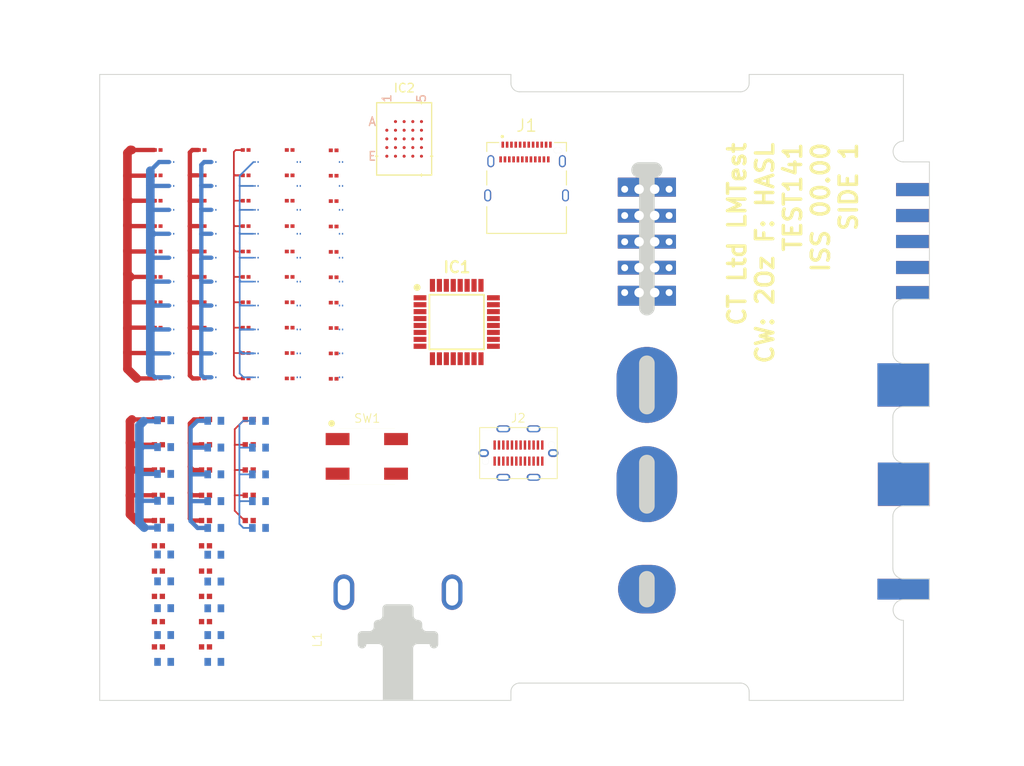
<source format=kicad_pcb>
(kicad_pcb (version 20221018) (generator pcbnew)
  (title_block (title "TEST141") (date "2023-06-13") (rev "01.00") (company "Control Techniques") (comment 1 "LM Test Board"))
  (layers (0 "F.Cu" signal) (31 "B.Cu" signal) (34 "B.Paste" user) (35 "F.Paste" user) (36 "B.SilkS" user "B.Silkscreen") (37 "F.SilkS" user "F.Silkscreen") (38 "B.Mask" user) (39 "F.Mask" user) (44 "Edge.Cuts" user))
  (net 0 "")
  (footprint "ImportedParts:1102-4101" (layer "F.Cu") (at 62.168382 66.086664)
    (fp_text reference "R112" hide)
    (fp_text value "1k" hide)
  )
  (footprint "ImportedParts:1101-4011" (layer "F.Cu") (at 56.64362 32.03)
    (fp_text reference "R1" hide)
    (fp_text value "1k" hide)
  )
  (footprint "ImportedParts:1101-4011" (layer "F.Cu") (at 71.88119 58.426664)
    (fp_text reference "R40" hide)
    (fp_text value "1k" hide)
  )
  (footprint "ImportedParts:1101-4011" (layer "F.Cu") (at 66.802 40.828886)
    (fp_text reference "R24" hide)
    (fp_text value "1k" hide)
  )
  (footprint "ImportedParts:1102-4101" (layer "F.Cu") (at 56.728382 86.526664)
    (fp_text reference "R109" hide)
    (fp_text value "1k" hide)
  )
  (footprint "ImportedParts:1101-4011" (layer "F.Cu") (at 76.960382 58.468518)
    (fp_text reference "R50" hide)
    (fp_text value "1k" hide)
  )
  (footprint "ImportedParts:1101-4011" (layer "F.Cu") (at 71.88119 37.895924)
    (fp_text reference "R33" hide)
    (fp_text value "1k" hide)
  )
  (footprint "ImportedParts:1102-4101" (layer "F.Cu") (at 56.728382 80.686664)
    (fp_text reference "R107" hide)
    (fp_text value "1k" hide)
  )
  (footprint "ImportedParts:1101-4011" (layer "F.Cu") (at 66.802 37.895924)
    (fp_text reference "R23" hide)
    (fp_text value "1k" hide)
  )
  (footprint "ImportedParts:1101-4011" (layer "F.Cu") (at 66.802 58.426664)
    (fp_text reference "R30" hide)
    (fp_text value "1k" hide)
  )
  (footprint "ImportedParts:1101-4011" (layer "F.Cu") (at 61.72281 58.426664)
    (fp_text reference "R20" hide)
    (fp_text value "1k" hide)
  )
  (footprint "ImportedParts:1101-4011" (layer "F.Cu") (at 66.802 55.493696)
    (fp_text reference "R29" hide)
    (fp_text value "1k" hide)
  )
  (footprint "ImportedParts:2214-0034" (layer "F.Cu") (at 85.100004 30.749998)
    (fp_text reference "IC2")
    (fp_text value "W25Q32JVTBIQ" hide)
  )
  (footprint "ImportedParts:1102-4101" (layer "F.Cu") (at 62.168382 83.606664)
    (fp_text reference "R118" hide)
    (fp_text value "1k" hide)
  )
  (footprint "ImportedParts:1101-4011" (layer "F.Cu") (at 71.88119 34.962962)
    (fp_text reference "R32" hide)
    (fp_text value "1k" hide)
  )
  (footprint "ImportedParts:1102-4101" (layer "F.Cu") (at 56.728382 89.446664)
    (fp_text reference "R110" hide)
    (fp_text value "1k" hide)
  )
  (footprint "ImportedParts:1101-4011" (layer "F.Cu") (at 71.88119 40.828886)
    (fp_text reference "R34" hide)
    (fp_text value "1k" hide)
  )
  (footprint "ImportedParts:3432-0901" (layer "F.Cu") (at 99.24 32.0775)
    (fp_text reference "J1")
    (fp_text value "12401610E4_2A" hide)
    (fp_line (start 3.45 -0.325) (end 3.75 -0.325) (stroke (width 0.01)) (layer "Edge.Cuts"))
    (fp_line (start 3.75 0.325) (end 3.45 0.325) (stroke (width 0.01)) (layer "Edge.Cuts"))
    (fp_arc (start 3.45 0.325) (mid 3.125 0) (end 3.45 -0.325) (stroke (width 0.01)) (layer "Edge.Cuts"))
    (fp_arc (start 3.75 -0.325) (mid 4.075 0) (end 3.75 0.325) (stroke (width 0.01)) (layer "Edge.Cuts"))
  )
  (footprint "ImportedParts:1101-4011" (layer "F.Cu") (at 71.88119 49.627772)
    (fp_text reference "R37" hide)
    (fp_text value "1k" hide)
  )
  (footprint "ImportedParts:1101-4011" (layer "F.Cu") (at 66.802 46.69481)
    (fp_text reference "R26" hide)
    (fp_text value "1k" hide)
  )
  (footprint "ImportedParts:1102-4101" (layer "F.Cu") (at 67.215144 71.926664)
    (fp_text reference "R124" hide)
    (fp_text value "1k" hide)
  )
  (footprint "ImportedParts:1102-4101" (layer "F.Cu") (at 62.168382 86.526664)
    (fp_text reference "R119" hide)
    (fp_text value "1k" hide)
  )
  (footprint "ImportedParts:1101-4011" (layer "F.Cu") (at 56.64362 58.426664)
    (fp_text reference "R10" hide)
    (fp_text value "1k" hide)
  )
  (footprint "ImportedParts:1102-4101" (layer "F.Cu") (at 56.728382 77.766664)
    (fp_text reference "R106" hide)
    (fp_text value "1k" hide)
  )
  (footprint "ImportedParts:3332-0026" (layer "F.Cu") (at 80.79 67.431968)
    (fp_text reference "SW1")
    (fp_text value "TSSF631NJHU" hide)
  )
  (footprint "ImportedParts:1101-4011" (layer "F.Cu") (at 61.72281 34.962962)
    (fp_text reference "R12" hide)
    (fp_text value "1k" hide)
  )
  (footprint "ImportedParts:1102-4101" (layer "F.Cu") (at 67.215144 69.006664)
    (fp_text reference "R123" hide)
    (fp_text value "1k" hide)
  )
  (footprint "ImportedParts:1102-4101" (layer "F.Cu") (at 56.728382 63.166664)
    (fp_text reference "R101" hide)
    (fp_text value "1k" hide)
  )
  (footprint "ImportedParts:1102-4101" (layer "F.Cu") (at 62.168382 80.686664)
    (fp_text reference "R117" hide)
    (fp_text value "1k" hide)
  )
  (footprint "ImportedParts:1101-4011" (layer "F.Cu") (at 56.64362 46.69481)
    (fp_text reference "R6" hide)
    (fp_text value "1k" hide)
  )
  (footprint "ImportedParts:1101-4011" (layer "F.Cu") (at 71.88119 46.69481)
    (fp_text reference "R36" hide)
    (fp_text value "1k" hide)
  )
  (footprint "ImportedParts:1102-4101" (layer "F.Cu") (at 56.728382 74.846664)
    (fp_text reference "R105" hide)
    (fp_text value "1k" hide)
  )
  (footprint "ImportedParts:1101-4011" (layer "F.Cu") (at 56.64362 52.560734)
    (fp_text reference "R8" hide)
    (fp_text value "1k" hide)
  )
  (footprint "ImportedParts:3432-2000" (layer "F.Cu") (at 98.3 67.05)
    (fp_text reference "J2")
    (fp_text value "GSB3CN1330DSHR" hide)
    (fp_circle (center -3.809992 0.929998) (end -3.409992 0.929998) (stroke (width 0.01)) (fill none) (layer "Edge.Cuts"))
    (fp_circle (center 3.809992 -0.929998) (end 4.209992 -0.929998) (stroke (width 0.01)) (fill none) (layer "Edge.Cuts"))
  )
  (footprint "CustomPads:PAD7.3mm" (layer "F.Cu") (at 113.1284 59.176664)
    (fp_text reference "TAB2" hide)
    (fp_text value "PAD7.3mm" hide)
    (fp_poly (pts (arc (start 0.9 -2.5) (mid 0 -3.4) (end -0.9 -2.5)) (arc (start -0.9 2.5) (mid 0 3.4) (end 0.9 2.5))) (fill solid) (layer "Edge.Cuts"))
  )
  (footprint "ImportedParts:1101-4011" (layer "F.Cu") (at 76.960382 35.004816)
    (fp_text reference "R42" hide)
    (fp_text value "1k" hide)
  )
  (footprint "ImportedParts:1102-4101" (layer "F.Cu") (at 56.728382 66.086664)
    (fp_text reference "R102" hide)
    (fp_text value "1k" hide)
  )
  (footprint "ImportedParts:1101-4011" (layer "F.Cu") (at 66.802 34.962962)
    (fp_text reference "R22" hide)
    (fp_text value "1k" hide)
  )
  (footprint "ImportedParts:1101-4011" (layer "F.Cu") (at 61.72281 37.895924)
    (fp_text reference "R13" hide)
    (fp_text value "1k" hide)
  )
  (footprint "ImportedParts:1101-4011" (layer "F.Cu") (at 61.72281 49.627772)
    (fp_text reference "R17" hide)
    (fp_text value "1k" hide)
  )
  (footprint "ImportedParts:1101-4011" (layer "F.Cu") (at 66.802 43.761848)
    (fp_text reference "R25" hide)
    (fp_text value "1k" hide)
  )
  (footprint "ImportedParts:1101-4011" (layer "F.Cu") (at 71.88119 55.493696)
    (fp_text reference "R39" hide)
    (fp_text value "1k" hide)
  )
  (footprint "ImportedParts:1101-4011" (layer "F.Cu") (at 56.64362 40.828886)
    (fp_text reference "R4" hide)
    (fp_text value "1k" hide)
  )
  (footprint "ImportedParts:1101-4011" (layer "F.Cu") (at 56.64362 34.962962)
    (fp_text reference "R2" hide)
    (fp_text value "1k" hide)
  )
  (footprint "ImportedParts:1102-4101" (layer "F.Cu") (at 62.168382 74.846664)
    (fp_text reference "R115" hide)
    (fp_text value "1k" hide)
  )
  (footprint "ImportedParts:1102-4101" (layer "F.Cu") (at 67.215144 74.846664)
    (fp_text reference "R125" hide)
    (fp_text value "1k" hide)
  )
  (footprint "ImportedParts:1102-4101" (layer "F.Cu") (at 62.168382 77.766664)
    (fp_text reference "R116" hide)
    (fp_text value "1k" hide)
  )
  (footprint "ImportedParts:1101-4011" (layer "F.Cu") (at 61.72281 55.493696)
    (fp_text reference "R19" hide)
    (fp_text value "1k" hide)
  )
  (footprint "ImportedParts:1101-4011" (layer "F.Cu") (at 76.960382 49.669626)
    (fp_text reference "R47" hide)
    (fp_text value "1k" hide)
  )
  (footprint "ImportedParts:1101-4011" (layer "F.Cu") (at 66.802 49.627772)
    (fp_text reference "R27" hide)
    (fp_text value "1k" hide)
  )
  (footprint "CustomPads:PAD7.3mm" (layer "F.Cu") (at 113.1284 70.646664)
    (fp_text reference "TAB3" hide)
    (fp_text value "PAD7.3mm" hide)
    (fp_poly (pts (arc (start 0.9 -2.5) (mid 0 -3.4) (end -0.9 -2.5)) (arc (start -0.9 2.5) (mid 0 3.4) (end 0.9 2.5))) (fill solid) (layer "Edge.Cuts"))
  )
  (footprint "ImportedParts:1102-4101" (layer "F.Cu") (at 62.168382 69.006664)
    (fp_text reference "R113" hide)
    (fp_text value "1k" hide)
  )
  (footprint "ImportedParts:1101-4011" (layer "F.Cu") (at 61.72281 43.761848)
    (fp_text reference "R15" hide)
    (fp_text value "1k" hide)
  )
  (footprint "ImportedParts:1101-4011" (layer "F.Cu") (at 61.72281 46.69481)
    (fp_text reference "R16" hide)
    (fp_text value "1k" hide)
  )
  (footprint "ImportedParts:1101-4011" (layer "F.Cu") (at 66.802 52.560734)
    (fp_text reference "R28" hide)
    (fp_text value "1k" hide)
  )
  (footprint "ImportedParts:1101-4011" (layer "F.Cu") (at 76.960382 52.602588)
    (fp_text reference "R48" hide)
    (fp_text value "1k" hide)
  )
  (footprint "ImportedParts:1101-4011" (layer "F.Cu") (at 76.960382 46.736664)
    (fp_text reference "R46" hide)
    (fp_text value "1k" hide)
  )
  (footprint "CustomPads:6541-0400-00" (layer "F.Cu") (at 84.39 88.12 90)
    (fp_text reference "L1")
    (fp_text value "6541-0400-00")
    (fp_poly (pts (arc (start 0.5 4.15) (mid 0.353553 4.503553) (end 0 4.65)) (arc (start -1 4.65) (mid -1.5 4.15) (end -1 3.65)) (arc (start -1 2.25) (mid -1.146447 1.896447) (end -1.5 1.75)) (xy -7.5 1.75) (xy -7.5 -1.75) (arc (start -1.5 -1.75) (mid -1.146446 -1.896446) (end -1 -2.25)) (arc (start -1 -3.65) (mid -1.5 -4.15) (end -1 -4.65)) (arc (start 0 -4.65) (mid 0.353553 -4.503553) (end 0.5 -4.15)) (arc (start 0.5 -3.3) (mid 0.646446 -2.946446) (end 1 -2.8)) (arc (start 1.3 -2.8) (mid 1.653553 -2.653553) (end 1.8 -2.3)) (arc (start 1.8 -2.3) (mid 1.946447 -1.946447) (end 2.3 -1.8)) (arc (start 3.1 -1.8) (mid 3.453553 -1.653553) (end 3.6 -1.3)) (xy 3.6 0) (arc (start 3.6 1.3) (mid 3.453553 1.653553) (end 3.1 1.8)) (arc (start 2.3 1.8) (mid 1.946447 1.946447) (end 1.8 2.3)) (arc (start 1.8 2.3) (mid 1.653553 2.653553) (end 1.3 2.8)) (arc (start 1 2.8) (mid 0.646447 2.946447) (end 0.5 3.3))) (fill solid) (layer "Edge.Cuts"))
  )
  (footprint "ImportedParts:1102-4101" (layer "F.Cu") (at 56.728382 83.606664)
    (fp_text reference "R108" hide)
    (fp_text value "1k" hide)
  )
  (footprint "ImportedParts:1102-4101" (layer "F.Cu") (at 56.728382 69.006664)
    (fp_text reference "R103" hide)
    (fp_text value "1k" hide)
  )
  (footprint "ImportedParts:1101-4011" (layer "F.Cu") (at 76.960382 40.87074)
    (fp_text reference "R44" hide)
    (fp_text value "1k" hide)
  )
  (footprint "ImportedParts:1101-4011" (layer "F.Cu") (at 56.64362 37.895924)
    (fp_text reference "R3" hide)
    (fp_text value "1k" hide)
  )
  (footprint "ImportedParts:1102-4101" (layer "F.Cu") (at 67.218382 63.166664)
    (fp_text reference "R121" hide)
    (fp_text value "1k" hide)
  )
  (footprint "ImportedParts:2214-0197" (layer "F.Cu") (at 91.17 51.91)
    (fp_text reference "IC1")
    (fp_text value "STM32G030K6T6TR" hide)
  )
  (footprint "CustomPads:PAD4.7mm" (layer "F.Cu") (at 113.126757 82.776664)
    (fp_text reference "TAB4" hide)
    (fp_text value "PAD4.7mm" hide)
    (fp_poly (pts (arc (start -0.9 -1.2) (mid 0 -2.1) (end 0.9 -1.2)) (arc (start 0.9 1.2) (mid 0 2.1) (end -0.9 1.2))) (fill solid) (layer "Edge.Cuts"))
  )
  (footprint "ImportedParts:1101-4011" (layer "F.Cu") (at 76.960382 43.803702)
    (fp_text reference "R45" hide)
    (fp_text value "1k" hide)
  )
  (footprint "ImportedParts:1102-4101" (layer "F.Cu") (at 62.168382 89.446664)
    (fp_text reference "R120" hide)
    (fp_text value "1k" hide)
  )
  (footprint "ImportedParts:1101-4011" (layer "F.Cu") (at 56.64362 55.493696)
    (fp_text reference "R9" hide)
    (fp_text value "1k" hide)
  )
  (footprint "ImportedParts:1101-4011" (layer "F.Cu") (at 71.88119 52.560734)
    (fp_text reference "R38" hide)
    (fp_text value "1k" hide)
  )
  (footprint "ImportedParts:1102-4101" (layer "F.Cu") (at 67.215144 66.086664)
    (fp_text reference "R122" hide)
    (fp_text value "1k" hide)
  )
  (footprint "ImportedParts:1102-4101" (layer "F.Cu") (at 62.168382 63.166664)
    (fp_text reference "R111" hide)
    (fp_text value "1k" hide)
  )
  (footprint "ImportedParts:1102-4101" (layer "F.Cu") (at 56.728382 71.926664)
    (fp_text reference "R104" hide)
    (fp_text value "1k" hide)
  )
  (footprint "ImportedParts:1101-4011" (layer "F.Cu") (at 76.960382 55.53555)
    (fp_text reference "R49" hide)
    (fp_text value "1k" hide)
  )
  (footprint "ImportedParts:1101-4011" (layer "F.Cu") (at 56.64362 49.627772)
    (fp_text reference "R7" hide)
    (fp_text value "1k" hide)
  )
  (footprint "ImportedParts:1101-4011" (layer "F.Cu") (at 61.72281 40.828886)
    (fp_text reference "R14" hide)
    (fp_text value "1k" hide)
  )
  (footprint "ImportedParts:1101-4011" (layer "F.Cu") (at 61.72281 52.560734)
    (fp_text reference "R18" hide)
    (fp_text value "1k" hide)
  )
  (footprint "ImportedParts:1101-4011" (layer "F.Cu") (at 76.960382 32.071854)
    (fp_text reference "R41" hide)
    (fp_text value "1k" hide)
  )
  (footprint "ImportedParts:1102-4101" (layer "F.Cu") (at 62.168382 71.926664)
    (fp_text reference "R114" hide)
    (fp_text value "1k" hide)
  )
  (footprint "ImportedParts:1101-4011" (layer "F.Cu") (at 76.960382 37.937778)
    (fp_text reference "R43" hide)
    (fp_text value "1k" hide)
  )
  (footprint "CustomPads:Edge5Way" (layer "F.Cu") (at 113.1284 42.356664)
    (fp_text reference "TAB1" hide)
    (fp_text value "~" hide)
    (fp_poly (pts (arc (start 0.9 -7.11) (mid 1.8 -8.01) (end 0.9 -8.91)) (arc (start -0.9 -8.91) (mid -1.8 -8.01) (end -0.9 -7.11)) (arc (start -0.9 7.89) (mid 0 8.79) (end 0.9 7.89))) (fill solid) (layer "Edge.Cuts"))
  )
  (footprint "ImportedParts:1101-4011" (layer "F.Cu") (at 66.802 32.03)
    (fp_text reference "R21" hide)
    (fp_text value "1k" hide)
  )
  (footprint "ImportedParts:1101-4011" (layer "F.Cu") (at 71.88119 32.03)
    (fp_text reference "R31" hide)
    (fp_text value "1k" hide)
  )
  (footprint "ImportedParts:1101-4011" (layer "F.Cu") (at 71.88119 43.761848)
    (fp_text reference "R35" hide)
    (fp_text value "1k" hide)
  )
  (footprint "ImportedParts:1101-4011" (layer "F.Cu") (at 61.72281 32.03)
    (fp_text reference "R11" hide)
    (fp_text value "1k" hide)
  )
  (footprint "ImportedParts:1101-4011" (layer "F.Cu") (at 56.64362 43.761848)
    (fp_text reference "R5" hide)
    (fp_text value "1k" hide)
  )
  (footprint "ImportedParts:1106-4101" (layer "B.Cu") (at 63.188382 47.240053 180)
    (fp_text reference "R86" hide)
    (fp_text value "1k" hide)
  )
  (footprint "ImportedParts:1127-4101" (layer "B.Cu") (at 63.182382 63.316664 180)
    (fp_text reference "R131" hide)
    (fp_text value "RC0603FR-071KL" hide)
  )
  (footprint "ImportedParts:1106-4101" (layer "B.Cu") (at 72.936382 44.475902 180)
    (fp_text reference "R65" hide)
    (fp_text value "1k" hide)
  )
  (footprint "ImportedParts:1106-4101" (layer "B.Cu") (at 58.314382 38.9476 180)
    (fp_text reference "R93" hide)
    (fp_text value "1k" hide)
  )
  (footprint "ImportedParts:1106-4101" (layer "B.Cu") (at 77.810382 47.240053 180)
    (fp_text reference "R56" hide)
    (fp_text value "1k" hide)
  )
  (footprint "ImportedParts:1106-4101" (layer "B.Cu") (at 58.314382 55.532506 180)
    (fp_text reference "R99" hide)
    (fp_text value "1k" hide)
  )
  (footprint "ImportedParts:1106-4101" (layer "B.Cu") (at 68.062382 36.183449 180)
    (fp_text reference "R72" hide)
    (fp_text value "1k" hide)
  )
  (footprint "ImportedParts:1106-4101" (layer "B.Cu") (at 77.810382 52.768355 180)
    (fp_text reference "R58" hide)
    (fp_text value "1k" hide)
  )
  (footprint "ImportedParts:1127-4101" (layer "B.Cu") (at 68.338382 75.698884 180)
    (fp_text reference "R130" hide)
    (fp_text value "RC0603FR-071KL" hide)
  )
  (footprint "ImportedParts:1127-4101" (layer "B.Cu") (at 63.182382 91.176664 180)
    (fp_text reference "R140" hide)
    (fp_text value "RC0603FR-071KL" hide)
  )
  (footprint "ImportedParts:1106-4101" (layer "B.Cu") (at 68.062382 38.9476 180)
    (fp_text reference "R73" hide)
    (fp_text value "1k" hide)
  )
  (footprint "ImportedParts:1106-4101" (layer "B.Cu") (at 77.810382 41.711751 180)
    (fp_text reference "R54" hide)
    (fp_text value "1k" hide)
  )
  (footprint "ImportedParts:1106-4101" (layer "B.Cu") (at 63.188382 38.9476 180)
    (fp_text reference "R83" hide)
    (fp_text value "1k" hide)
  )
  (footprint "ImportedParts:1127-4101" (layer "B.Cu") (at 57.388382 72.56333 180)
    (fp_text reference "R144" hide)
    (fp_text value "RC0603FR-071KL" hide)
  )
  (footprint "ImportedParts:1106-4101" (layer "B.Cu") (at 68.062382 44.475902 180)
    (fp_text reference "R75" hide)
    (fp_text value "1k" hide)
  )
  (footprint "ImportedParts:1106-4101" (layer "B.Cu") (at 72.936382 47.240053 180)
    (fp_text reference "R66" hide)
    (fp_text value "1k" hide)
  )
  (footprint "ImportedParts:1106-4101" (layer "B.Cu") (at 58.314382 41.711751 180)
    (fp_text reference "R94" hide)
    (fp_text value "1k" hide)
  )
  (footprint "ImportedParts:1106-4101" (layer "B.Cu") (at 77.810382 33.419298 180)
    (fp_text reference "R51" hide)
    (fp_text value "1k" hide)
  )
  (footprint "ImportedParts:1106-4101" (layer "B.Cu") (at 63.188382 55.532506 180)
    (fp_text reference "R89" hide)
    (fp_text value "1k" hide)
  )
  (footprint "ImportedParts:1106-4101" (layer "B.Cu") (at 63.188382 36.183449 180)
    (fp_text reference "R82" hide)
    (fp_text value "1k" hide)
  )
  (footprint "ImportedParts:1127-4101" (layer "B.Cu") (at 63.182382 66.412219 180)
    (fp_text reference "R132" hide)
    (fp_text value "RC0603FR-071KL" hide)
  )
  (footprint "ImportedParts:1106-4101" (layer "B.Cu") (at 77.810382 50.004204 180)
    (fp_text reference "R57" hide)
    (fp_text value "1k" hide)
  )
  (footprint "ImportedParts:1106-4101" (layer "B.Cu") (at 68.062382 52.768355 180)
    (fp_text reference "R78" hide)
    (fp_text value "1k" hide)
  )
  (footprint "ImportedParts:1106-4101" (layer "B.Cu") (at 58.314382 44.475902 180)
    (fp_text reference "R95" hide)
    (fp_text value "1k" hide)
  )
  (footprint "ImportedParts:1106-4101" (layer "B.Cu") (at 58.314382 52.768355 180)
    (fp_text reference "R98" hide)
    (fp_text value "1k" hide)
  )
  (footprint "ImportedParts:1127-4101" (layer "B.Cu") (at 68.338382 72.605829 180)
    (fp_text reference "R129" hide)
    (fp_text value "RC0603FR-071KL" hide)
  )
  (footprint "ImportedParts:1106-4101" (layer "B.Cu") (at 58.314382 50.004204 180)
    (fp_text reference "R97" hide)
    (fp_text value "1k" hide)
  )
  (footprint "ImportedParts:1127-4101" (layer "B.Cu") (at 63.182382 88.081104 180)
    (fp_text reference "R139" hide)
    (fp_text value "RC0603FR-071KL" hide)
  )
  (footprint "ImportedParts:1127-4101" (layer "B.Cu") (at 57.388382 91.176664 180)
    (fp_text reference "R150" hide)
    (fp_text value "RC0603FR-071KL" hide)
  )
  (footprint "ImportedParts:1106-4101" (layer "B.Cu") (at 63.188382 33.419298 180)
    (fp_text reference "R81" hide)
    (fp_text value "1k" hide)
  )
  (footprint "ImportedParts:1127-4101" (layer "B.Cu") (at 68.338382 63.326664 180)
    (fp_text reference "R126" hide)
    (fp_text value "RC0603FR-071KL" hide)
  )
  (footprint "ImportedParts:1127-4101" (layer "B.Cu") (at 57.388382 75.665552 180)
    (fp_text reference "R145" hide)
    (fp_text value "RC0603FR-071KL" hide)
  )
  (footprint "ImportedParts:1106-4101" (layer "B.Cu") (at 77.810382 38.9476 180)
    (fp_text reference "R53" hide)
    (fp_text value "1k" hide)
  )
  (footprint "ImportedParts:1106-4101" (layer "B.Cu") (at 72.936382 36.183449 180)
    (fp_text reference "R62" hide)
    (fp_text value "1k" hide)
  )
  (footprint "ImportedParts:1106-4101" (layer "B.Cu") (at 68.062382 47.240053 180)
    (fp_text reference "R76" hide)
    (fp_text value "1k" hide)
  )
  (footprint "ImportedParts:1106-4101" (layer "B.Cu") (at 68.062382 55.532506 180)
    (fp_text reference "R79" hide)
    (fp_text value "1k" hide)
  )
  (footprint "ImportedParts:1127-4101" (layer "B.Cu") (at 63.182382 84.985549 180)
    (fp_text reference "R138" hide)
    (fp_text value "RC0603FR-071KL" hide)
  )
  (footprint "ImportedParts:1127-4101" (layer "B.Cu") (at 63.182382 75.698884 180)
    (fp_text reference "R135" hide)
    (fp_text value "RC0603FR-071KL" hide)
  )
  (footprint "ImportedParts:1106-4101" (layer "B.Cu") (at 63.188382 50.004204 180)
    (fp_text reference "R87" hide)
    (fp_text value "1k" hide)
  )
  (footprint "ImportedParts:1127-4101" (layer "B.Cu") (at 57.388382 69.461108 180)
    (fp_text reference "R143" hide)
    (fp_text value "RC0603FR-071KL" hide)
  )
  (footprint "ImportedParts:1106-4101" (layer "B.Cu") (at 77.810382 58.296664 180)
    (fp_text reference "R60" hide)
    (fp_text value "1k" hide)
  )
  (footprint "ImportedParts:1127-4101" (layer "B.Cu") (at 57.388382 88.07444 180)
    (fp_text reference "R149" hide)
    (fp_text value "RC0603FR-071KL" hide)
  )
  (footprint "ImportedParts:1106-4101" (layer "B.Cu") (at 58.314382 36.183449 180)
    (fp_text reference "R92" hide)
    (fp_text value "1k" hide)
  )
  (footprint "ImportedParts:1106-4101" (layer "B.Cu") (at 68.062382 33.419298 180)
    (fp_text reference "R71" hide)
    (fp_text value "1k" hide)
  )
  (footprint "ImportedParts:1106-4101" (layer "B.Cu") (at 68.062382 58.296664 180)
    (fp_text reference "R80" hide)
    (fp_text value "1k" hide)
  )
  (footprint "ImportedParts:1106-4101" (layer "B.Cu") (at 72.936382 52.768355 180)
    (fp_text reference "R68" hide)
    (fp_text value "1k" hide)
  )
  (footprint "ImportedParts:1127-4101" (layer "B.Cu") (at 63.182382 69.507774 180)
    (fp_text reference "R133" hide)
    (fp_text value "RC0603FR-071KL" hide)
  )
  (footprint "ImportedParts:1106-4101" (layer "B.Cu") (at 68.062382 50.004204 180)
    (fp_text reference "R77" hide)
    (fp_text value "1k" hide)
  )
  (footprint "ImportedParts:1106-4101" (layer "B.Cu") (at 77.810382 44.475902 180)
    (fp_text reference "R55" hide)
    (fp_text value "1k" hide)
  )
  (footprint "ImportedParts:1106-4101" (layer "B.Cu") (at 77.810382 55.532506 180)
    (fp_text reference "R59" hide)
    (fp_text value "1k" hide)
  )
  (footprint "ImportedParts:1127-4101" (layer "B.Cu") (at 63.182382 78.794439 180)
    (fp_text reference "R136" hide)
    (fp_text value "RC0603FR-071KL" hide)
  )
  (footprint "ImportedParts:1127-4101" (layer "B.Cu") (at 57.388382 66.358886 180)
    (fp_text reference "R142" hide)
    (fp_text value "RC0603FR-071KL" hide)
  )
  (footprint "ImportedParts:1106-4101" (layer "B.Cu") (at 72.936382 50.004204 180)
    (fp_text reference "R67" hide)
    (fp_text value "1k" hide)
  )
  (footprint "ImportedParts:1106-4101" (layer "B.Cu") (at 68.062382 41.711751 180)
    (fp_text reference "R74" hide)
    (fp_text value "1k" hide)
  )
  (footprint "ImportedParts:1106-4101" (layer "B.Cu") (at 58.314382 47.240053 180)
    (fp_text reference "R96" hide)
    (fp_text value "1k" hide)
  )
  (footprint "ImportedParts:1106-4101" (layer "B.Cu") (at 63.188382 44.475902 180)
    (fp_text reference "R85" hide)
    (fp_text value "1k" hide)
  )
  (footprint "ImportedParts:1106-4101" (layer "B.Cu") (at 63.188382 52.768355 180)
    (fp_text reference "R88" hide)
    (fp_text value "1k" hide)
  )
  (footprint "ImportedParts:1127-4101" (layer "B.Cu") (at 63.182382 81.889994 180)
    (fp_text reference "R137" hide)
    (fp_text value "RC0603FR-071KL" hide)
  )
  (footprint "ImportedParts:1127-4101" (layer "B.Cu") (at 57.388382 78.767774 180)
    (fp_text reference "R146" hide)
    (fp_text value "RC0603FR-071KL" hide)
  )
  (footprint "ImportedParts:1106-4101" (layer "B.Cu") (at 63.188382 41.711751 180)
    (fp_text reference "R84" hide)
    (fp_text value "1k" hide)
  )
  (footprint "ImportedParts:1106-4101" (layer "B.Cu") (at 72.936382 58.296664 180)
    (fp_text reference "R70" hide)
    (fp_text value "1k" hide)
  )
  (footprint "ImportedParts:1106-4101" (layer "B.Cu") (at 72.936382 41.711751 180)
    (fp_text reference "R64" hide)
    (fp_text value "1k" hide)
  )
  (footprint "ImportedParts:1127-4101" (layer "B.Cu") (at 68.338382 69.512774 180)
    (fp_text reference "R128" hide)
    (fp_text value "RC0603FR-071KL" hide)
  )
  (footprint "ImportedParts:1106-4101" (layer "B.Cu") (at 77.810382 36.183449 180)
    (fp_text reference "R52" hide)
    (fp_text value "1k" hide)
  )
  (footprint "ImportedParts:1127-4101" (layer "B.Cu") (at 68.338382 66.419719 180)
    (fp_text reference "R127" hide)
    (fp_text value "RC0603FR-071KL" hide)
  )
  (footprint "ImportedParts:1127-4101" (layer "B.Cu") (at 63.182382 72.603329 180)
    (fp_text reference "R134" hide)
    (fp_text value "RC0603FR-071KL" hide)
  )
  (footprint "ImportedParts:1106-4101" (layer "B.Cu") (at 72.936382 33.419298 180)
    (fp_text reference "R61" hide)
    (fp_text value "1k" hide)
  )
  (footprint "ImportedParts:1127-4101" (layer "B.Cu") (at 57.388382 63.256664 180)
    (fp_text reference "R141" hide)
    (fp_text value "RC0603FR-071KL" hide)
  )
  (footprint "ImportedParts:1106-4101" (layer "B.Cu") (at 58.314382 58.296664 180)
    (fp_text reference "R100" hide)
    (fp_text value "1k" hide)
  )
  (footprint "ImportedParts:1127-4101" (layer "B.Cu") (at 57.388382 81.869996 180)
    (fp_text reference "R147" hide)
    (fp_text value "RC0603FR-071KL" hide)
  )
  (footprint "ImportedParts:1106-4101" (layer "B.Cu") (at 58.314382 33.419298 180)
    (fp_text reference "R91" hide)
    (fp_text value "1k" hide)
  )
  (footprint "ImportedParts:1106-4101" (layer "B.Cu") (at 72.936382 55.532506 180)
    (fp_text reference "R69" hide)
    (fp_text value "1k" hide)
  )
  (footprint "ImportedParts:1106-4101" (layer "B.Cu") (at 63.188382 58.296664 180)
    (fp_text reference "R90" hide)
    (fp_text value "1k" hide)
  )
  (footprint "ImportedParts:1127-4101" (layer "B.Cu") (at 57.388382 84.972218 180)
    (fp_text reference "R148" hide)
    (fp_text value "RC0603FR-071KL" hide)
  )
  (footprint "ImportedParts:1106-4101" (layer "B.Cu") (at 72.936382 38.9476 180)
    (fp_text reference "R63" hide)
    (fp_text value "1k" hide)
  )
  (gr_rect (start 139.798382 68.156664) (end 145.798382 73.156664) (fill solid) (layer "F.Cu"))
  (gr_rect (start 139.748382 56.676664) (end 145.748382 61.676664) (fill solid) (layer "F.Cu"))
  (gr_rect (start 141.908382 38.856664) (end 145.688382 40.356664) (fill solid) (layer "F.Cu"))
  (gr_rect (start 141.908382 44.856664) (end 145.688382 46.356664) (fill solid) (layer "F.Cu"))
  (gr_rect (start 139.748382 81.576664) (end 145.748382 83.976664) (fill solid) (layer "F.Cu"))
  (gr_rect (start 141.898382 47.756664) (end 145.678382 49.256664) (fill solid) (layer "F.Cu"))
  (gr_rect (start 141.898382 35.856664) (end 145.678382 37.356664) (fill solid) (layer "F.Cu"))
  (gr_rect (start 141.908382 41.856664) (end 145.688382 43.356664) (fill solid) (layer "F.Cu"))
  (gr_rect (start 141.898382 44.856664) (end 145.678382 46.356664) (fill solid) (layer "B.Cu"))
  (gr_rect (start 141.908382 47.756664) (end 145.688382 49.256664) (fill solid) (layer "B.Cu"))
  (gr_rect (start 141.898382 41.856664) (end 145.678382 43.356664) (fill solid) (layer "B.Cu"))
  (gr_rect (start 141.898382 38.856664) (end 145.678382 40.356664) (fill solid) (layer "B.Cu"))
  (gr_rect (start 141.908382 35.856664) (end 145.688382 37.356664) (fill solid) (layer "B.Cu"))
  (gr_rect (start 139.798382 68.146664) (end 145.698382 73.146664) (fill solid) (layer "B.Cu"))
  (gr_rect (start 139.748382 56.676664) (end 145.748382 61.676664) (fill solid) (layer "B.Cu"))
  (gr_rect (start 139.748382 81.576664) (end 145.748382 83.976664) (fill solid) (layer "B.Cu"))
  (gr_arc (start 97.428382 94.626664) (mid 97.721275 93.919557) (end 98.428382 93.626664) (stroke (width 0.1)) (layer "Edge.Cuts"))
  (gr_arc (start 142.748382 33.406664) (mid 141.548382 32.206664) (end 142.748382 31.006664) (stroke (width 0.1)) (layer "Edge.Cuts"))
  (gr_line (start 142.748382 33.406664) (end 145.748382 33.406664) (stroke (width 0.1)) (layer "Edge.Cuts"))
  (gr_line (start 141.528382 74.376664) (end 141.528382 80.356664) (stroke (width 0.1)) (layer "Edge.Cuts"))
  (gr_line (start 145.748382 33.406664) (end 145.748382 49.276664) (stroke (width 0.1)) (layer "Edge.Cuts"))
  (gr_line (start 97.428382 95.626664) (end 49.948382 95.626664) (stroke (width 0.1)) (layer "Edge.Cuts"))
  (gr_line (start 97.428382 94.626664) (end 97.428382 95.626664) (stroke (width 0.1)) (layer "Edge.Cuts"))
  (gr_line (start 142.748382 56.676664) (end 145.748382 56.676664) (stroke (width 0.1)) (layer "Edge.Cuts"))
  (gr_line (start 98.428382 25.306664) (end 123.938382 25.306664) (stroke (width 0.1)) (layer "Edge.Cuts"))
  (gr_arc (start 141.528382 50.496664) (mid 141.885712 49.633994) (end 142.748382 49.276664) (stroke (width 0.1)) (layer "Edge.Cuts"))
  (gr_line (start 142.748382 95.626664) (end 124.938382 95.626664) (stroke (width 0.1)) (layer "Edge.Cuts"))
  (gr_arc (start 141.528382 74.376664) (mid 141.885712 73.513994) (end 142.748382 73.156664) (stroke (width 0.1)) (layer "Edge.Cuts"))
  (gr_line (start 145.748382 83.976664) (end 142.748382 83.976664) (stroke (width 0.1)) (layer "Edge.Cuts"))
  (gr_line (start 49.948382 95.626664) (end 49.948382 23.306664) (stroke (width 0.1)) (layer "Edge.Cuts"))
  (gr_arc (start 142.748382 86.376664) (mid 141.548382 85.176664) (end 142.748382 83.976664) (stroke (width 0.1)) (layer "Edge.Cuts"))
  (gr_arc (start 123.938382 93.626664) (mid 124.645489 93.919557) (end 124.938382 94.626664) (stroke (width 0.1)) (layer "Edge.Cuts"))
  (gr_line (start 142.748382 86.376664) (end 142.748382 95.626664) (stroke (width 0.1)) (layer "Edge.Cuts"))
  (gr_arc (start 98.428382 25.306664) (mid 97.721275 25.013771) (end 97.428382 24.306664) (stroke (width 0.1)) (layer "Edge.Cuts"))
  (gr_line (start 123.938382 93.626664) (end 98.428382 93.626664) (stroke (width 0.1)) (layer "Edge.Cuts"))
  (gr_line (start 142.748382 68.156664) (end 145.748382 68.156664) (stroke (width 0.1)) (layer "Edge.Cuts"))
  (gr_line (start 145.748382 73.156664) (end 145.748382 68.156664) (stroke (width 0.1)) (layer "Edge.Cuts"))
  (gr_line (start 145.748382 49.276664) (end 142.748382 49.276664) (stroke (width 0.1)) (layer "Edge.Cuts"))
  (gr_line (start 142.748382 81.576664) (end 145.748382 81.576664) (stroke (width 0.1)) (layer "Edge.Cuts"))
  (gr_arc (start 142.748382 68.156664) (mid 141.885712 67.799334) (end 141.528382 66.936664) (stroke (width 0.1)) (layer "Edge.Cuts"))
  (gr_line (start 141.528382 50.496664) (end 141.528382 55.456664) (stroke (width 0.1)) (layer "Edge.Cuts"))
  (gr_line (start 145.748382 56.676664) (end 145.748382 61.676664) (stroke (width 0.1)) (layer "Edge.Cuts"))
  (gr_line (start 49.948382 23.306664) (end 97.428382 23.306664) (stroke (width 0.1)) (layer "Edge.Cuts"))
  (gr_arc (start 142.748382 56.676664) (mid 141.885712 56.319334) (end 141.528382 55.456664) (stroke (width 0.1)) (layer "Edge.Cuts"))
  (gr_line (start 145.748382 61.676664) (end 142.748382 61.676664) (stroke (width 0.1)) (layer "Edge.Cuts"))
  (gr_line (start 124.938382 24.306664) (end 124.938382 23.306664) (stroke (width 0.1)) (layer "Edge.Cuts"))
  (gr_arc (start 141.528382 62.896664) (mid 141.885712 62.033994) (end 142.748382 61.676664) (stroke (width 0.1)) (layer "Edge.Cuts"))
  (gr_line (start 124.938382 95.626664) (end 124.938382 94.626664) (stroke (width 0.1)) (layer "Edge.Cuts"))
  (gr_arc (start 142.748382 81.576664) (mid 141.885712 81.219334) (end 141.528382 80.356664) (stroke (width 0.1)) (layer "Edge.Cuts"))
  (gr_line (start 97.428382 23.306664) (end 97.428382 24.306664) (stroke (width 0.1)) (layer "Edge.Cuts"))
  (gr_line (start 142.748382 31.006664) (end 142.748382 23.306664) (stroke (width 0.1)) (layer "Edge.Cuts"))
  (gr_line (start 124.938382 23.306664) (end 142.748382 23.306664) (stroke (width 0.1)) (layer "Edge.Cuts"))
  (gr_line (start 141.528382 62.896664) (end 141.528382 66.936664) (stroke (width 0.1)) (layer "Edge.Cuts"))
  (gr_line (start 142.748382 73.156664) (end 145.748382 73.156664) (stroke (width 0.1)) (layer "Edge.Cuts"))
  (gr_line (start 145.748382 81.576664) (end 145.748382 83.976664) (stroke (width 0.1)) (layer "Edge.Cuts"))
  (gr_arc (start 124.938382 24.306664) (mid 124.645489 25.013771) (end 123.938382 25.306664) (stroke (width 0.1)) (layer "Edge.Cuts"))
  (gr_text "CT Ltd LMTest\nCW: 2Oz F: HASL\nTEST141\nISS 00.00\nSIDE 1" (at 137.588382 30.966664 90) (layer "F.SilkS") (effects (font (size 2 2) (thickness 0.4) bold) (justify right bottom)))
  (segment (start 65.44 49.54) (end 65.44 52.54) (width 0.2) (layer "F.Cu") (net 0))
  (segment (start 65.44 40.71) (end 65.44 43.55) (width 0.2) (layer "F.Cu") (net 0))
  (segment (start 53.15 46.36) (end 53.15 49.63) (width 1) (layer "F.Cu") (net 0))
  (segment (start 65.44 55.49) (end 65.44 58.07) (width 0.2) (layer "F.Cu") (net 0))
  (segment (start 53.48481 46.69481) (end 56.23162 46.69481) (width 0.5) (layer "F.Cu") (net 0))
  (segment (start 53.152228 49.627772) (end 56.23162 49.627772) (width 0.5) (layer "F.Cu") (net 0))
  (segment (start 66.668382 63.166664) (end 65.54 64.295046) (width 0.2) (layer "F.Cu") (net 0))
  (segment (start 53.676664 66.086664) (end 56.178382 66.086664) (width 0.5) (layer "F.Cu") (net 0))
  (segment (start 66.39 32.03) (end 66.38 32.04) (width 0.2) (layer "F.Cu") (net 0))
  (segment (start 65.54 66.13) (end 65.583336 66.086664) (width 0.2) (layer "F.Cu") (net 0))
  (segment (start 65.44 37.83) (end 65.505924 37.895924) (width 0.2) (layer "F.Cu") (net 0))
  (segment (start 53.15 43.69) (end 53.15 46.36) (width 1) (layer "F.Cu") (net 0))
  (segment (start 65.54 64.295046) (end 65.54 66.13) (width 0.2) (layer "F.Cu") (net 0))
  (segment (start 53.15 46.36) (end 53.48481 46.69481) (width 1) (layer "F.Cu") (net 0))
  (segment (start 56.178382 63.166664) (end 53.666664 63.166664) (width 0.5) (layer "F.Cu") (net 0))
  (segment (start 65.54 66.13) (end 65.54 69.04) (width 0.2) (layer "F.Cu") (net 0))
  (segment (start 65.563336 71.926664) (end 66.665144 71.926664) (width 0.2) (layer "F.Cu") (net 0))
  (segment (start 60.36 49.53) (end 60.457772 49.627772) (width 0.5) (layer "F.Cu") (net 0))
  (segment (start 53.15 57.34) (end 54.236664 58.426664) (width 1) (layer "F.Cu") (net 0))
  (segment (start 60.36 43.66) (end 60.461848 43.761848) (width 0.5) (layer "F.Cu") (net 0))
  (segment (start 60.371114 40.828886) (end 61.31081 40.828886) (width 0.5) (layer "F.Cu") (net 0))
  (segment (start 60.36 52.58) (end 60.379266 52.560734) (width 0.5) (layer "F.Cu") (net 0))
  (segment (start 61.615046 69.01) (end 61.618382 69.006664) (width 0.5) (layer "F.Cu") (net 0))
  (segment (start 56.23162 34.962962) (end 56.217038 34.962962) (width 0) (layer "F.Cu") (net 0))
  (segment (start 65.44 46.67) (end 65.44 49.54) (width 0.2) (layer "F.Cu") (net 0))
  (segment (start 53.238886 40.828886) (end 56.23162 40.828886) (width 0.5) (layer "F.Cu") (net 0))
  (segment (start 60.646664 71.926664) (end 61.618382 71.926664) (width 0.5) (layer "F.Cu") (net 0))
  (segment (start 53.45 65.86) (end 53.676664 66.086664) (width 1) (layer "F.Cu") (net 0))
  (segment (start 56.23162 32.03) (end 53.65 32.03) (width 0.5) (layer "F.Cu") (net 0))
  (segment (start 60.36 49.53) (end 60.36 52.58) (width 0.5) (layer "F.Cu") (net 0))
  (segment (start 53.15 52.63) (end 53.219266 52.560734) (width 1) (layer "F.Cu") (net 0))
  (segment (start 65.558886 40.828886) (end 66.39 40.828886) (width 0.2) (layer "F.Cu") (net 0))
  (segment (start 60.75 69.01) (end 61.615046 69.01) (width 0.5) (layer "F.Cu") (net 0))
  (segment (start 60.36 68.62) (end 60.36 71.64) (width 0.5) (layer "F.Cu") (net 0))
  (segment (start 60.36 37.94) (end 60.36 40.84) (width 0.5) (layer "F.Cu") (net 0))
  (segment (start 65.65 32.04) (end 65.44 32.25) (width 0.2) (layer "F.Cu") (net 0))
  (segment (start 53.45 68.74) (end 53.45 71.94) (width 1) (layer "F.Cu") (net 0))
  (segment (start 65.583336 66.086664) (end 66.665144 66.086664) (width 0.2) (layer "F.Cu") (net 0))
  (segment (start 53.15 37.75) (end 53.15 35.01) (width 1) (layer "F.Cu") (net 0))
  (segment (start 54.156664 74.846664) (end 56.178382 74.846664) (width 0.5) (layer "F.Cu") (net 0))
  (segment (start 60.36 34.95) (end 60.372962 34.962962) (width 0.5) (layer "F.Cu") (net 0))
  (segment (start 60.43481 46.69481) (end 61.31081 46.69481) (width 0.5) (layer "F.Cu") (net 0))
  (segment (start 65.572962 34.962962) (end 66.39 34.962962) (width 0.25) (layer "F.Cu") (net 0))
  (segment (start 65.651848 43.761848) (end 66.39 43.761848) (width 0.2) (layer "F.Cu") (net 0))
  (segment (start 53.463336 71.926664) (end 56.178382 71.926664) (width 0.5) (layer "F.Cu") (net 0))
  (segment (start 65.44 46.67) (end 65.46481 46.69481) (width 0.2) (layer "F.Cu") (net 0))
  (segment (start 65.44 58.07) (end 65.796664 58.426664) (width 0.2) (layer "F.Cu") (net 0))
  (segment (start 53.15 37.75) (end 53.15 40.74) (width 1) (layer "F.Cu") (net 0))
  (segment (start 53.15 43.69) (end 53.221848 43.761848) (width 1) (layer "F.Cu") (net 0))
  (segment (start 53.219266 52.560734) (end 56.23162 52.560734) (width 0.5) (layer "F.Cu") (net 0))
  (segment (start 65.46481 46.69481) (end 66.39 46.69481) (width 0.2) (layer "F.Cu") (net 0))
  (segment (start 60.36 68.62) (end 60.75 69.01) (width 0.5) (layer "F.Cu") (net 0))
  (segment (start 54.236664 58.426664) (end 56.23162 58.426664) (width 0.5) (layer "F.Cu") (net 0))
  (segment (start 65.54 71.95) (end 65.563336 71.926664) (width 0.2) (layer "F.Cu") (net 0))
  (segment (start 60.36 34.95) (end 60.36 37.94) (width 0.5) (layer "F.Cu") (net 0))
  (segment (start 53.45 63.383328) (end 53.45 65.86) (width 1) (layer "F.Cu") (net 0))
  (segment (start 56.18 35) (end 53.16 35) (width 0.5) (layer "F.Cu") (net 0))
  (segment (start 60.36 40.84) (end 60.36 43.66) (width 0.5) (layer "F.Cu") (net 0))
  (segment (start 53.716664 69.006664) (end 56.178382 69.006664) (width 0.5) (layer "F.Cu") (net 0))
  (segment (start 53.15 32.37) (end 53.49 32.03) (width 1) (layer "F.Cu") (net 0))
  (segment (start 60.36 43.66) (end 60.36 46.62) (width 0.5) (layer "F.Cu") (net 0))
  (segment (start 60.379266 52.560734) (end 61.31081 52.560734) (width 0.5) (layer "F.Cu") (net 0))
  (segment (start 65.44 43.55) (end 65.44 46.67) (width 0.2) (layer "F.Cu") (net 0))
  (segment (start 60.36 40.84) (end 60.371114 40.828886) (width 0.5) (layer "F.Cu") (net 0))
  (segment (start 66.38 32.04) (end 65.65 32.04) (width 0.2) (layer "F.Cu") (net 0))
  (segment (start 60.36 63.63) (end 60.823336 63.166664) (width 0.5) (layer "F.Cu") (net 0))
  (segment (start 53.45 65.86) (end 53.45 68.74) (width 1) (layer "F.Cu") (net 0))
  (segment (start 53.15 40.74) (end 53.15 43.69) (width 1) (layer "F.Cu") (net 0))
  (segment (start 65.44 55.49) (end 65.443696 55.493696) (width 0.2) (layer "F.Cu") (net 0))
  (segment (start 53.45 74.14) (end 54.156664 74.846664) (width 1) (layer "F.Cu") (net 0))
  (segment (start 65.443696 55.493696) (end 66.39 55.493696) (width 0.2) (layer "F.Cu") (net 0))
  (segment (start 60.36 58.1) (end 60.686664 58.426664) (width 0.5) (layer "F.Cu") (net 0))
  (segment (start 53.15 49.63) (end 53.15 52.63) (width 1) (layer "F.Cu") (net 0))
  (segment (start 66.668382 74.843426) (end 66.665144 74.846664) (width 0) (layer "F.Cu") (net 0))
  (segment (start 60.36 65.88) (end 60.36 63.63) (width 0.5) (layer "F.Cu") (net 0))
  (segment (start 65.44 52.54) (end 65.460734 52.560734) (width 0.2) (layer "F.Cu") (net 0))
  (segment (start 60.36 71.64) (end 60.646664 71.926664) (width 0.5) (layer "F.Cu") (net 0))
  (segment (start 53.45 71.94) (end 53.463336 71.926664) (width 1) (layer "F.Cu") (net 0))
  (segment (start 53.15 40.74) (end 53.238886 40.828886) (width 1) (layer "F.Cu") (net 0))
  (segment (start 53.16 35) (end 53.15 35.01) (width 0) (layer "F.Cu") (net 0))
  (segment (start 53.15 55.43) (end 53.213696 55.493696) (width 1) (layer "F.Cu") (net 0))
  (segment (start 65.44 43.55) (end 65.651848 43.761848) (width 0.2) (layer "F.Cu") (net 0))
  (segment (start 65.54 73.715044) (end 66.668382 74.843426) (width 0.2) (layer "F.Cu") (net 0))
  (segment (start 60.36 55.51) (end 60.36 58.1) (width 0.5) (layer "F.Cu") (net 0))
  (segment (start 53.15 49.63) (end 53.152228 49.627772) (width 1) (layer "F.Cu") (net 0))
  (segment (start 60.36 32.31) (end 60.36 34.95) (width 0.5) (layer "F.Cu") (net 0))
  (segment (start 65.54 71.95) (end 65.54 73.715044) (width 0.2) (layer "F.Cu") (net 0))
  (segment (start 53.45 71.94) (end 53.45 74.14) (width 1) (layer "F.Cu") (net 0))
  (segment (start 60.64 32.03) (end 60.36 32.31) (width 0.5) (layer "F.Cu") (net 0))
  (segment (start 60.36 52.58) (end 60.36 55.51) (width 0.5) (layer "F.Cu") (net 0))
  (segment (start 65.527772 49.627772) (end 66.39 49.627772) (width 0.2) (layer "F.Cu") (net 0))
  (segment (start 53.15 52.63) (end 53.15 55.43) (width 1) (layer "F.Cu") (net 0))
  (segment (start 65.44 49.54) (end 65.527772 49.627772) (width 0.2) (layer "F.Cu") (net 0))
  (segment (start 56.217038 34.962962) (end 56.18 35) (width 0) (layer "F.Cu") (net 0))
  (segment (start 65.796664 58.426664) (end 66.39 58.426664) (width 0.2) (layer "F.Cu") (net 0))
  (segment (start 60.36 55.51) (end 60.376304 55.493696) (width 0.5) (layer "F.Cu") (net 0))
  (segment (start 65.573336 69.006664) (end 66.665144 69.006664) (width 0.2) (layer "F.Cu") (net 0))
  (segment (start 65.54 69.04) (end 65.573336 69.006664) (width 0.2) (layer "F.Cu") (net 0))
  (segment (start 65.54 69.04) (end 65.54 71.95) (width 0.2) (layer "F.Cu") (net 0))
  (segment (start 60.36 46.62) (end 60.36 49.53) (width 0.5) (layer "F.Cu") (net 0))
  (segment (start 60.372962 34.962962) (end 61.31081 34.962962) (width 0.5) (layer "F.Cu") (net 0))
  (segment (start 60.823336 63.166664) (end 61.618382 63.166664) (width 0.5) (layer "F.Cu") (net 0))
  (segment (start 65.44 32.25) (end 65.44 37.83) (width 0.2) (layer "F.Cu") (net 0))
  (segment (start 60.36 46.62) (end 60.43481 46.69481) (width 0.5) (layer "F.Cu") (net 0))
  (segment (start 60.36 65.88) (end 60.36 68.62) (width 0.5) (layer "F.Cu") (net 0))
  (segment (start 60.404076 37.895924) (end 61.31081 37.895924) (width 0.5) (layer "F.Cu") (net 0))
  (segment (start 53.15 55.43) (end 53.15 57.34) (width 1) (layer "F.Cu") (net 0))
  (segment (start 65.44 52.54) (end 65.44 55.49) (width 0.2) (layer "F.Cu") (net 0))
  (segment (start 65.44 40.71) (end 65.558886 40.828886) (width 0.2) (layer "F.Cu") (net 0))
  (segment (start 53.45 68.74) (end 53.716664 69.006664) (width 1) (layer "F.Cu") (net 0))
  (segment (start 53.295924 37.895924) (end 56.23162 37.895924) (width 0.5) (layer "F.Cu") (net 0))
  (segment (start 65.460734 52.560734) (end 66.39 52.560734) (width 0.2) (layer "F.Cu") (net 0))
  (segment (start 53.15 35.01) (end 53.15 32.37) (width 1) (layer "F.Cu") (net 0))
  (segment (start 53.221848 43.761848) (end 56.23162 43.761848) (width 0.5) (layer "F.Cu") (net 0))
  (segment (start 53.213696 55.493696) (end 56.23162 55.493696) (width 0.5) (layer "F.Cu") (net 0))
  (segment (start 60.576664 74.846664) (end 61.618382 74.846664) (width 0.5) (layer "F.Cu") (net 0))
  (segment (start 60.686664 58.426664) (end 61.31081 58.426664) (width 0.5) (layer "F.Cu") (net 0))
  (segment (start 53.15 37.75) (end 53.295924 37.895924) (width 1) (layer "F.Cu") (net 0))
  (segment (start 53.49 32.03) (end 53.65 32.03) (width 1) (layer "F.Cu") (net 0))
  (segment (start 60.36 71.64) (end 60.36 74.63) (width 0.5) (layer "F.Cu") (net 0))
  (segment (start 65.44 37.83) (end 65.44 40.71) (width 0.2) (layer "F.Cu") (net 0))
  (segment (start 65.55 34.94) (end 65.572962 34.962962) (width 0.25) (layer "F.Cu") (net 0))
  (segment (start 53.666664 63.166664) (end 53.45 63.383328) (width 1) (layer "F.Cu") (net 0))
  (segment (start 60.36 37.94) (end 60.404076 37.895924) (width 0.5) (layer "F.Cu") (net 0))
  (segment (start 65.505924 37.895924) (end 66.39 37.895924) (width 0.2) (layer "F.Cu") (net 0))
  (segment (start 60.36 74.63) (end 60.576664 74.846664) (width 0.5) (layer "F.Cu") (net 0))
  (segment (start 60.376304 55.493696) (end 61.31081 55.493696) (width 0.5) (layer "F.Cu") (net 0))
  (segment (start 60.566664 66.086664) (end 61.618382 66.086664) (width 0.5) (layer "F.Cu") (net 0))
  (segment (start 61.31081 32.03) (end 60.64 32.03) (width 0.5) (layer "F.Cu") (net 0))
  (segment (start 60.36 65.88) (end 60.566664 66.086664) (width 0.5) (layer "F.Cu") (net 0))
  (segment (start 60.461848 43.761848) (end 61.31081 43.761848) (width 0.5) (layer "F.Cu") (net 0))
  (segment (start 60.457772 49.627772) (end 61.31081 49.627772) (width 0.5) (layer "F.Cu") (net 0))
  (segment (start 66.294204 50.004204) (end 67.700382 50.004204) (width 0.2) (layer "B.Cu") (net 0))
  (segment (start 61.68 55.63) (end 61.777494 55.532506) (width 0.5) (layer "B.Cu") (net 0))
  (segment (start 66.260053 47.240053) (end 67.700382 47.240053) (width 0.2) (layer "B.Cu") (net 0))
  (segment (start 61.248884 75.698884) (end 62.382382 75.698884) (width 0.5) (layer "B.Cu") (net 0))
  (segment (start 61.68 36.13) (end 61.733449 36.183449) (width 0.5) (layer "B.Cu") (net 0))
  (segment (start 61.68 50.01) (end 61.685796 50.004204) (width 0.5) (layer "B.Cu") (net 0))
  (segment (start 55.79 50.03) (end 55.815796 50.004204) (width 1) (layer "B.Cu") (net 0))
  (segment (start 61.68 38.85) (end 61.68 41.75) (width 0.5) (layer "B.Cu") (net 0))
  (segment (start 66.107226 69.512774) (end 67.538382 69.512774) (width 0.2) (layer "B.Cu") (net 0))
  (segment (start 55.815796 50.004204) (end 57.952382 50.004204) (width 0.5) (layer "B.Cu") (net 0))
  (segment (start 61.68 44.64) (end 61.68 47.1) (width 0.5) (layer "B.Cu") (net 0))
  (segment (start 55.79 52.86) (end 55.881645 52.768355) (width 1) (layer "B.Cu") (net 0))
  (segment (start 60.44 74.89) (end 61.248884 75.698884) (width 0.5) (layer "B.Cu") (net 0))
  (segment (start 66.11 47.09) (end 66.11 49.82) (width 0.2) (layer "B.Cu") (net 0))
  (segment (start 54.53 72.64) (end 54.60667 72.56333) (width 1) (layer "B.Cu") (net 0))
  (segment (start 60.512226 69.507774) (end 62.382382 69.507774) (width 0.5) (layer "B.Cu") (net 0))
  (segment (start 61.68 52.85) (end 61.761645 52.768355) (width 0.5) (layer "B.Cu") (net 0))
  (segment (start 54.658886 66.358886) (end 56.588382 66.358886) (width 0.5) (layer "B.Cu") (net 0))
  (segment (start 54.531108 69.461108) (end 56.588382 69.461108) (width 0.5) (layer "B.Cu") (net 0))
  (segment (start 56.800702 33.419298) (end 55.79 34.43) (width 0.5) (layer "B.Cu") (net 0))
  (segment (start 66.08 72.71) (end 66.184171 72.605829) (width 0.2) (layer "B.Cu") (net 0))
  (segment (start 67.538382 63.326664) (end 66.523336 63.326664) (width 0.2) (layer "B.Cu") (net 0))
  (segment (start 55.881645 52.768355) (end 57.952382 52.768355) (width 0.5) (layer "B.Cu") (net 0))
  (segment (start 54.53 66.23) (end 54.658886 66.358886) (width 1) (layer "B.Cu") (net 0))
  (segment (start 66.11 49.82) (end 66.294204 50.004204) (width 0.2) (layer "B.Cu") (net 0))
  (segment (start 60.44 69.58) (end 60.44 72.64) (width 0.5) (layer "B.Cu") (net 0))
  (segment (start 55.79 52.86) (end 55.79 55.54) (width 1) (layer "B.Cu") (net 0))
  (segment (start 61.733449 36.183449) (end 62.826382 36.183449) (width 0.5) (layer "B.Cu") (net 0))
  (segment (start 66.08 66.38) (end 66.119719 66.419719) (width 0.2) (layer "B.Cu") (net 0))
  (segment (start 55.79 41.55) (end 55.951751 41.711751) (width 1) (layer "B.Cu") (net 0))
  (segment (start 60.44 66.42) (end 60.44 69.58) (width 0.5) (layer "B.Cu") (net 0))
  (segment (start 61.68 41.75) (end 61.718249 41.711751) (width 0.5) (layer "B.Cu") (net 0))
  (segment (start 56.588382 63.371618) (end 55.018382 63.371618) (width 0.5) (layer "B.Cu") (net 0))
  (segment (start 57.952382 33.419298) (end 56.800702 33.419298) (width 0.5) (layer "B.Cu") (net 0))
  (segment (start 66.119719 66.419719) (end 67.538382 66.419719) (width 0.2) (layer "B.Cu") (net 0))
  (segment (start 54.53 63.86) (end 54.53 66.23) (width 1) (layer "B.Cu") (net 0))
  (segment (start 62.010702 33.419298) (end 61.68 33.75) (width 0.5) (layer "B.Cu") (net 0))
  (segment (start 56.588382 63.256664) (end 56.588382 63.348382) (width 0) (layer "B.Cu") (net 0))
  (segment (start 66.11 41.61) (end 66.11 44.45) (width 0.2) (layer "B.Cu") (net 0))
  (segment (start 60.44 72.64) (end 60.476671 72.603329) (width 0.5) (layer "B.Cu") (net 0))
  (segment (start 61.68 47.1) (end 61.68 50.01) (width 0.5) (layer "B.Cu") (net 0))
  (segment (start 61.68 33.75) (end 61.68 36.13) (width 0.5) (layer "B.Cu") (net 0))
  (segment (start 55.79 55.54) (end 55.797494 55.532506) (width 1) (layer "B.Cu") (net 0))
  (segment (start 66.184171 72.605829) (end 67.538382 72.605829) (width 0.2) (layer "B.Cu") (net 0))
  (segment (start 66.08 69.54) (end 66.107226 69.512774) (width 0.2) (layer "B.Cu") (net 0))
  (segment (start 66.11 35.00968) (end 66.11 36.14) (width 0.2) (layer "B.Cu") (net 0))
  (segment (start 66.11 44.45) (end 66.135902 44.475902) (width 0.2) (layer "B.Cu") (net 0))
  (segment (start 60.447781 66.412219) (end 62.382382 66.412219) (width 0.5) (layer "B.Cu") (net 0))
  (segment (start 60.476671 72.603329) (end 62.382382 72.603329) (width 0.5) (layer "B.Cu") (net 0))
  (segment (start 61.685796 50.004204) (end 62.826382 50.004204) (width 0.5) (layer "B.Cu") (net 0))
  (segment (start 61.68 44.64) (end 61.844098 44.475902) (width 0.5) (layer "B.Cu") (net 0))
  (segment (start 66.22 52.79) (end 66.241645 52.768355) (width 0.25) (layer "B.Cu") (net 0))
  (segment (start 61.68 36.13) (end 61.68 38.85) (width 0.5) (layer "B.Cu") (net 0))
  (segment (start 61.761645 52.768355) (end 62.826382 52.768355) (width 0.5) (layer "B.Cu") (net 0))
  (segment (start 54.53 69.46) (end 54.53 72.64) (width 1) (layer "B.Cu") (net 0))
  (segment (start 61.820053 47.240053) (end 62.826382 47.240053) (width 0.5) (layer "B.Cu") (net 0))
  (segment (start 55.79 56.134282) (end 55.79 57.76) (width 1) (layer "B.Cu") (net 0))
  (segment (start 61.946664 58.296664) (end 62.826382 58.296664) (width 0.5) (layer "B.Cu") (net 0))
  (segment (start 61.68 55.63) (end 61.68 58.03) (width 0.5) (layer "B.Cu") (net 0))
  (segment (start 61.68 38.85) (end 61.7776 38.9476) (width 0.5) (layer "B.Cu") (net 0))
  (segment (start 66.11 39.03) (end 66.11 41.61) (width 0.2) (layer "B.Cu") (net 0))
  (segment (start 66.08 66.38) (end 66.08 69.54) (width 0.2) (layer "B.Cu") (net 0))
  (segment (start 56.326664 58.296664) (end 57.952382 58.296664) (width 0.5) (layer "B.Cu") (net 0))
  (segment (start 55.79 57.76) (end 56.326664 58.296664) (width 0.5) (layer "B.Cu") (net 0))
  (segment (start 66.523336 63.326664) (end 66.08 63.77) (width 0.2) (layer "B.Cu") (net 0))
  (segment (start 56.6 63.36) (end 56.588382 63.371618) (width 0) (layer "B.Cu") (net 0))
  (segment (start 66.11 57.85) (end 66.556664 58.296664) (width 0.2) (layer "B.Cu") (net 0))
  (segment (start 55.79 47.26) (end 55.79 50.03) (width 1) (layer "B.Cu") (net 0))
  (segment (start 66.135902 44.475902) (end 67.700382 44.475902) (width 0.2) (layer "B.Cu") (net 0))
  (segment (start 55.813449 36.183449) (end 57.952382 36.183449) (width 0.5) (layer "B.Cu") (net 0))
  (segment (start 55.79 35.58168) (end 55.79 36.16) (width 1) (layer "B.Cu") (net 0))
  (segment (start 55.8324 38.9476) (end 57.952382 38.9476) (width 0.5) (layer "B.Cu") (net 0))
  (segment (start 61.68 50.01) (end 61.68 52.85) (width 0.5) (layer "B.Cu") (net 0))
  (segment (start 67.700382 33.419298) (end 66.11 35.00968) (width 0.2) (layer "B.Cu") (net 0))
  (segment (start 66.432506 55.532506) (end 67.700382 55.532506) (width 0.25) (layer "B.Cu") (net 0))
  (segment (start 61.68 58.03) (end 61.946664 58.296664) (width 0.5) (layer "B.Cu") (net 0))
  (segment (start 66.241645 52.768355) (end 67.700382 52.768355) (width 0.25) (layer "B.Cu") (net 0))
  (segment (start 55.79 55.54) (end 55.79 56.134282) (width 1) (layer "B.Cu") (net 0))
  (segment (start 54.53 72.64) (end 54.53 75.11) (width 1) (layer "B.Cu") (net 0))
  (segment (start 55.79 34.43) (end 55.79 35.58168) (width 1) (layer "B.Cu") (net 0))
  (segment (start 66.11 49.82) (end 66.11 57.85) (width 0.2) (layer "B.Cu") (net 0))
  (segment (start 66.22 55.32) (end 66.432506 55.532506) (width 0.25) (layer "B.Cu") (net 0))
  (segment (start 61.68 41.75) (end 61.68 44.64) (width 0.5) (layer "B.Cu") (net 0))
  (segment (start 66.08 63.77) (end 66.08 66.38) (width 0.2) (layer "B.Cu") (net 0))
  (segment (start 62.826382 33.419298) (end 62.010702 33.419298) (width 0.5) (layer "B.Cu") (net 0))
  (segment (start 66.11 36.14) (end 66.153449 36.183449) (width 0.2) (layer "B.Cu") (net 0))
  (segment (start 66.211751 41.711751) (end 67.700382 41.711751) (width 0.2) (layer "B.Cu") (net 0))
  (segment (start 66.153449 36.183449) (end 67.700382 36.183449) (width 0.2) (layer "B.Cu") (net 0))
  (segment (start 66.11 47.09) (end 66.260053 47.240053) (width 0.2) (layer "B.Cu") (net 0))
  (segment (start 55.79 50.03) (end 55.79 52.86) (width 1) (layer "B.Cu") (net 0))
  (segment (start 61.718249 41.711751) (end 62.826382 41.711751) (width 0.5) (layer "B.Cu") (net 0))
  (segment (start 61.68 47.1) (end 61.820053 47.240053) (width 0.5) (layer "B.Cu") (net 0))
  (segment (start 55.79 36.16) (end 55.813449 36.183449) (width 1) (layer "B.Cu") (net 0))
  (segment (start 54.53 66.23) (end 54.53 69.46) (width 1) (layer "B.Cu") (net 0))
  (segment (start 61.7776 38.9476) (end 62.826382 38.9476) (width 0.5) (layer "B.Cu") (net 0))
  (segment (start 55.809947 47.240053) (end 57.952382 47.240053) (width 0.5) (layer "B.Cu") (net 0))
  (segment (start 55.951751 41.711751) (end 57.952382 41.711751) (width 0.5) (layer "B.Cu") (net 0))
  (segment (start 55.79 36.16) (end 55.79 38.99) (width 1) (layer "B.Cu") (net 0))
  (segment (start 60.44 66.42) (end 60.447781 66.412219) (width 0.5) (layer "B.Cu") (net 0))
  (segment (start 60.44 64.12) (end 60.44 66.42) (width 0.5) (layer "B.Cu") (net 0))
  (segment (start 66.1924 38.9476) (end 67.700382 38.9476) (width 0.2) (layer "B.Cu") (net 0))
  (segment (start 66.08 69.54) (end 66.08 72.71) (width 0.2) (layer "B.Cu") (net 0))
  (segment (start 66.538884 75.698884) (end 67.538382 75.698884) (width 0.2) (layer "B.Cu") (net 0))
  (segment (start 55.085552 75.665552) (end 56.588382 75.665552) (width 0.5) (layer "B.Cu") (net 0))
  (segment (start 66.11 44.45) (end 66.11 47.09) (width 0.2) (layer "B.Cu") (net 0))
  (segment (start 55.797494 55.532506) (end 57.952382 55.532506) (width 0.5) (layer "B.Cu") (net 0))
  (segment (start 54.53 75.11) (end 55.085552 75.665552) (width 1) (layer "B.Cu") (net 0))
  (segment (start 54.53 69.46) (end 54.531108 69.461108) (width 1) (layer "B.Cu") (net 0))
  (segment (start 55.79 44.48) (end 55.79 47.26) (width 1) (layer "B.Cu") (net 0))
  (segment (start 60.44 69.58) (end 60.512226 69.507774) (width 0.5) (layer "B.Cu") (net 0))
  (segment (start 66.11 41.61) (end 66.211751 41.711751) (width 0.2) (layer "B.Cu") (net 0))
  (segment (start 55.79 44.48) (end 57.948284 44.48) (width 0.5) (layer "B.Cu") (net 0))
  (segment (start 60.44 72.64) (end 60.44 74.89) (width 0.5) (layer "B.Cu") (net 0))
  (segment (start 61.777494 55.532506) (end 62.826382 55.532506) (width 0.5) (layer "B.Cu") (net 0))
  (segment (start 54.60667 72.56333) (end 56.588382 72.56333) (width 0.5) (layer "B.Cu") (net 0))
  (segment (start 61.68 52.85) (end 61.68 55.63) (width 0.5) (layer "B.Cu") (net 0))
  (segment (start 66.556664 58.296664) (end 67.700382 58.296664) (width 0.2) (layer "B.Cu") (net 0))
  (segment (start 66.08 72.71) (end 66.08 75.24) (width 0.2) (layer "B.Cu") (net 0))
  (segment (start 66.11 36.14) (end 66.11 39.03) (width 0.2) (layer "B.Cu") (net 0))
  (segment (start 55.018382 63.371618) (end 54.53 63.86) (width 1) (layer "B.Cu") (net 0))
  (segment (start 55.79 41.55) (end 55.79 44.48) (width 1) (layer "B.Cu") (net 0))
  (segment (start 55.79 38.99) (end 55.79 41.55) (width 1) (layer "B.Cu") (net 0))
  (segment (start 66.08 75.24) (end 66.538884 75.698884) (width 0.2) (layer "B.Cu") (net 0))
  (segment (start 61.844098 44.475902) (end 62.826382 44.475902) (width 0.5) (layer "B.Cu") (net 0))
  (segment (start 66.11 39.03) (end 66.1924 38.9476) (width 0.2) (layer "B.Cu") (net 0))
  (segment (start 56.588382 63.348382) (end 56.6 63.36) (width 0) (layer "B.Cu") (net 0))
  (segment (start 61.243336 63.316664) (end 60.44 64.12) (width 0.5) (layer "B.Cu") (net 0))
  (segment (start 55.79 38.99) (end 55.8324 38.9476) (width 1) (layer "B.Cu") (net 0))
  (segment (start 55.79 47.26) (end 55.809947 47.240053) (width 1) (layer "B.Cu") (net 0))
  (segment (start 62.382382 63.316664) (end 61.243336 63.316664) (width 0.5) (layer "B.Cu") (net 0))
)
</source>
